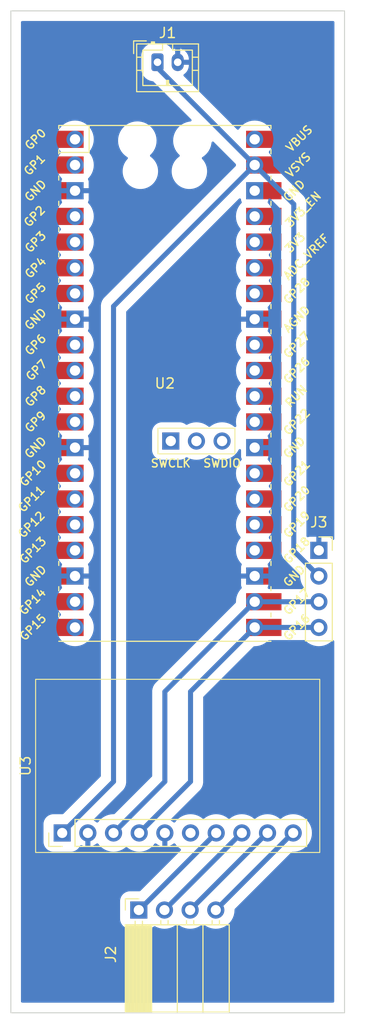
<source format=kicad_pcb>
(kicad_pcb (version 20221018) (generator pcbnew)
  (title_block (title "Flavor Tracker Data Acquisition Board") (date "2023-07-16") (rev "1"))
  (layers (0 "F.Cu" signal) (31 "B.Cu" signal) (34 "B.Paste" user) (35 "F.Paste" user) (36 "B.SilkS" user "B.Silkscreen") (37 "F.SilkS" user "F.Silkscreen") (38 "B.Mask" user) (39 "F.Mask" user) (44 "Edge.Cuts" user))
  (net 0 "")
  (net 1 "+BATT")
  (net 2 "GND")
  (net 3 "Net-(J2-Pin_1)")
  (net 4 "Net-(J2-Pin_2)")
  (net 5 "Net-(J2-Pin_3)")
  (net 6 "Net-(J2-Pin_4)")
  (net 7 "/SCL")
  (net 8 "/SDA")
  (footprint "flavor_tracker_daq:ADS1115_Module" (layer "F.Cu") (at 135.89 129.075 90)
    (fp_text reference "U3" (at 6.63 -3.63 90) (layer "F.SilkS"))
    (fp_text value "ADS1115_Module")
    (fp_line (start -1.33 -1.33) (end 0 -1.33) (stroke (width 0.12)) (layer "F.SilkS"))
    (fp_line (start -1.33 0) (end -1.33 -1.33) (stroke (width 0.12)) (layer "F.SilkS"))
    (fp_line (start -1.33 1.27) (end -1.33 24.19) (stroke (width 0.12)) (layer "F.SilkS"))
    (fp_line (start -1.33 1.27) (end 1.33 1.27) (stroke (width 0.12)) (layer "F.SilkS"))
    (fp_line (start -1.33 24.19) (end 1.33 24.19) (stroke (width 0.12)) (layer "F.SilkS"))
    (fp_line (start 1.33 1.27) (end 1.33 24.19) (stroke (width 0.12)) (layer "F.SilkS"))
    (fp_rect (start -1.93 -2.63) (end 15.19 25.49) (stroke (width 0.1)) (fill none) (layer "F.SilkS"))
    (pad "1" thru_hole rect (at 0 0 90) (size 1.7 1.7) (drill 1) (layers "*.Cu" "*.Mask") (net 1 "+BATT"))
    (pad "2" thru_hole oval (at 0 2.54 90) (size 1.7 1.7) (drill 1) (layers "*.Cu" "*.Mask") (net 2 "GND"))
    (pad "3" thru_hole oval (at 0 5.08 90) (size 1.7 1.7) (drill 1) (layers "*.Cu" "*.Mask") (net 7 "/SCL"))
    (pad "4" thru_hole oval (at 0 7.62 90) (size 1.7 1.7) (drill 1) (layers "*.Cu" "*.Mask") (net 8 "/SDA"))
    (pad "5" thru_hole oval (at 0 10.16 90) (size 1.7 1.7) (drill 1) (layers "*.Cu" "*.Mask") (net 2 "GND"))
    (pad "6" thru_hole oval (at 0 12.7 90) (size 1.7 1.7) (drill 1) (layers "*.Cu" "*.Mask"))
    (pad "7" thru_hole oval (at 0 15.24 90) (size 1.7 1.7) (drill 1) (layers "*.Cu" "*.Mask") (net 3 "Net-(J2-Pin_1)"))
    (pad "8" thru_hole oval (at 0 17.78 90) (size 1.7 1.7) (drill 1) (layers "*.Cu" "*.Mask") (net 4 "Net-(J2-Pin_2)"))
    (pad "9" thru_hole oval (at 0 20.32 90) (size 1.7 1.7) (drill 1) (layers "*.Cu" "*.Mask") (net 5 "Net-(J2-Pin_3)"))
    (pad "10" thru_hole oval (at 0 22.86 90) (size 1.7 1.7) (drill 1) (layers "*.Cu" "*.Mask") (net 6 "Net-(J2-Pin_4)"))
  )
  (footprint "Connector_JST:JST_PH_B2B-PH-K_1x02_P2.00mm_Vertical" (layer "F.Cu") (at 145.32 52.875)
    (fp_text reference "J1" (at 1 -2.9) (layer "F.SilkS"))
    (fp_text value "Conn_01x02")
    (fp_line (start -2.36 -2.11) (end -2.36 -0.86) (stroke (width 0.12)) (layer "F.SilkS"))
    (fp_line (start -2.06 -1.81) (end -2.06 2.91) (stroke (width 0.12)) (layer "F.SilkS"))
    (fp_line (start -2.06 -0.5) (end -1.45 -0.5) (stroke (width 0.12)) (layer "F.SilkS"))
    (fp_line (start -2.06 0.8) (end -1.45 0.8) (stroke (width 0.12)) (layer "F.SilkS"))
    (fp_line (start -2.06 2.91) (end 4.06 2.91) (stroke (width 0.12)) (layer "F.SilkS"))
    (fp_line (start -1.45 -1.2) (end -1.45 2.3) (stroke (width 0.12)) (layer "F.SilkS"))
    (fp_line (start -1.45 2.3) (end 3.45 2.3) (stroke (width 0.12)) (layer "F.SilkS"))
    (fp_line (start -1.11 -2.11) (end -2.36 -2.11) (stroke (width 0.12)) (layer "F.SilkS"))
    (fp_line (start -0.6 -2.01) (end -0.6 -1.81) (stroke (width 0.12)) (layer "F.SilkS"))
    (fp_line (start -0.3 -2.01) (end -0.6 -2.01) (stroke (width 0.12)) (layer "F.SilkS"))
    (fp_line (start -0.3 -1.91) (end -0.6 -1.91) (stroke (width 0.12)) (layer "F.SilkS"))
    (fp_line (start -0.3 -1.81) (end -0.3 -2.01) (stroke (width 0.12)) (layer "F.SilkS"))
    (fp_line (start 0.5 -1.81) (end 0.5 -1.2) (stroke (width 0.12)) (layer "F.SilkS"))
    (fp_line (start 0.5 -1.2) (end -1.45 -1.2) (stroke (width 0.12)) (layer "F.SilkS"))
    (fp_line (start 0.9 1.8) (end 1.1 1.8) (stroke (width 0.12)) (layer "F.SilkS"))
    (fp_line (start 0.9 2.3) (end 0.9 1.8) (stroke (width 0.12)) (layer "F.SilkS"))
    (fp_line (start 1 2.3) (end 1 1.8) (stroke (width 0.12)) (layer "F.SilkS"))
    (fp_line (start 1.1 1.8) (end 1.1 2.3) (stroke (width 0.12)) (layer "F.SilkS"))
    (fp_line (start 1.5 -1.2) (end 1.5 -1.81) (stroke (width 0.12)) (layer "F.SilkS"))
    (fp_line (start 3.45 -1.2) (end 1.5 -1.2) (stroke (width 0.12)) (layer "F.SilkS"))
    (fp_line (start 3.45 2.3) (end 3.45 -1.2) (stroke (width 0.12)) (layer "F.SilkS"))
    (fp_line (start 4.06 -1.81) (end -2.06 -1.81) (stroke (width 0.12)) (layer "F.SilkS"))
    (fp_line (start 4.06 -0.5) (end 3.45 -0.5) (stroke (width 0.12)) (layer "F.SilkS"))
    (fp_line (start 4.06 0.8) (end 3.45 0.8) (stroke (width 0.12)) (layer "F.SilkS"))
    (fp_line (start 4.06 2.91) (end 4.06 -1.81) (stroke (width 0.12)) (layer "F.SilkS"))
    (pad "1" thru_hole roundrect (at 0 0) (size 1.2 1.75) (drill 0.75) (layers "*.Cu" "*.Mask") (roundrect_rratio 0.2083333333) (net 1 "+BATT"))
    (pad "2" thru_hole oval (at 2 0) (size 1.2 1.75) (drill 0.75) (layers "*.Cu" "*.Mask") (net 2 "GND"))
  )
  (footprint "Connector_PinSocket_2.54mm:PinSocket_1x04_P2.54mm_Vertical" (layer "F.Cu") (at 161.29 101.135)
    (fp_text reference "J3" (at 0 -2.77) (layer "F.SilkS"))
    (fp_text value "Conn_01x04")
    (fp_line (start -1.33 1.27) (end -1.33 8.95) (stroke (width 0.12)) (layer "F.SilkS"))
    (fp_line (start -1.33 1.27) (end 1.33 1.27) (stroke (width 0.12)) (layer "F.SilkS"))
    (fp_line (start -1.33 8.95) (end 1.33 8.95) (stroke (width 0.12)) (layer "F.SilkS"))
    (fp_line (start 0 -1.33) (end 1.33 -1.33) (stroke (width 0.12)) (layer "F.SilkS"))
    (fp_line (start 1.33 -1.33) (end 1.33 0) (stroke (width 0.12)) (layer "F.SilkS"))
    (fp_line (start 1.33 1.27) (end 1.33 8.95) (stroke (width 0.12)) (layer "F.SilkS"))
    (pad "1" thru_hole rect (at 0 0) (size 1.7 1.7) (drill 1) (layers "*.Cu" "*.Mask") (net 2 "GND"))
    (pad "2" thru_hole oval (at 0 2.54) (size 1.7 1.7) (drill 1) (layers "*.Cu" "*.Mask") (net 1 "+BATT"))
    (pad "3" thru_hole oval (at 0 5.08) (size 1.7 1.7) (drill 1) (layers "*.Cu" "*.Mask") (net 7 "/SCL"))
    (pad "4" thru_hole oval (at 0 7.62) (size 1.7 1.7) (drill 1) (layers "*.Cu" "*.Mask") (net 8 "/SDA"))
  )
  (footprint "Connector_PinSocket_2.54mm:PinSocket_1x04_P2.54mm_Horizontal" (layer "F.Cu") (at 143.47 136.695 90)
    (fp_text reference "J2" (at -4.38 -2.77 90) (layer "F.SilkS"))
    (fp_text value "Conn_01x04")
    (fp_line (start -10.09 -1.33) (end -10.09 8.95) (stroke (width 0.12)) (layer "F.SilkS"))
    (fp_line (start -10.09 -1.33) (end -1.46 -1.33) (stroke (width 0.12)) (layer "F.SilkS"))
    (fp_line (start -10.09 -1.21) (end -1.46 -1.21) (stroke (width 0.12)) (layer "F.SilkS"))
    (fp_line (start -10.09 -1.091905) (end -1.46 -1.091905) (stroke (width 0.12)) (layer "F.SilkS"))
    (fp_line (start -10.09 -0.97381) (end -1.46 -0.97381) (stroke (width 0.12)) (layer "F.SilkS"))
    (fp_line (start -10.09 -0.855715) (end -1.46 -0.855715) (stroke (width 0.12)) (layer "F.SilkS"))
    (fp_line (start -10.09 -0.73762) (end -1.46 -0.73762) (stroke (width 0.12)) (layer "F.SilkS"))
    (fp_line (start -10.09 -0.619525) (end -1.46 -0.619525) (stroke (width 0.12)) (layer "F.SilkS"))
    (fp_line (start -10.09 -0.50143) (end -1.46 -0.50143) (stroke (width 0.12)) (layer "F.SilkS"))
    (fp_line (start -10.09 -0.383335) (end -1.46 -0.383335) (stroke (width 0.12)) (layer "F.SilkS"))
    (fp_line (start -10.09 -0.26524) (end -1.46 -0.26524) (stroke (width 0.12)) (layer "F.SilkS"))
    (fp_line (start -10.09 -0.147145) (end -1.46 -0.147145) (stroke (width 0.12)) (layer "F.SilkS"))
    (fp_line (start -10.09 -0.02905) (end -1.46 -0.02905) (stroke (width 0.12)) (layer "F.SilkS"))
    (fp_line (start -10.09 0.089045) (end -1.46 0.089045) (stroke (width 0.12)) (layer "F.SilkS"))
    (fp_line (start -10.09 0.20714) (end -1.46 0.20714) (stroke (width 0.12)) (layer "F.SilkS"))
    (fp_line (start -10.09 0.325235) (end -1.46 0.325235) (stroke (width 0.12)) (layer "F.SilkS"))
    (fp_line (start -10.09 0.44333) (end -1.46 0.44333) (stroke (width 0.12)) (layer "F.SilkS"))
    (fp_line (start -10.09 0.561425) (end -1.46 0.561425) (stroke (width 0.12)) (layer "F.SilkS"))
    (fp_line (start -10.09 0.67952) (end -1.46 0.67952) (stroke (width 0.12)) (layer "F.SilkS"))
    (fp_line (start -10.09 0.797615) (end -1.46 0.797615) (stroke (width 0.12)) (layer "F.SilkS"))
    (fp_line (start -10.09 0.91571) (end -1.46 0.91571) (stroke (width 0.12)) (layer "F.SilkS"))
    (fp_line (start -10.09 1.033805) (end -1.46 1.033805) (stroke (width 0.12)) (layer "F.SilkS"))
    (fp_line (start -10.09 1.1519) (end -1.46 1.1519) (stroke (width 0.12)) (layer "F.SilkS"))
    (fp_line (start -10.09 1.27) (end -1.46 1.27) (stroke (width 0.12)) (layer "F.SilkS"))
    (fp_line (start -10.09 3.81) (end -1.46 3.81) (stroke (width 0.12)) (layer "F.SilkS"))
    (fp_line (start -10.09 6.35) (end -1.46 6.35) (stroke (width 0.12)) (layer "F.SilkS"))
    (fp_line (start -10.09 8.95) (end -1.46 8.95) (stroke (width 0.12)) (layer "F.SilkS"))
    (fp_line (start -1.46 -1.33) (end -1.46 8.95) (stroke (width 0.12)) (layer "F.SilkS"))
    (fp_line (start -1.46 -0.36) (end -1.11 -0.36) (stroke (width 0.12)) (layer "F.SilkS"))
    (fp_line (start -1.46 0.36) (end -1.11 0.36) (stroke (width 0.12)) (layer "F.SilkS"))
    (fp_line (start -1.46 2.18) (end -1.05 2.18) (stroke (width 0.12)) (layer "F.SilkS"))
    (fp_line (start -1.46 2.9) (end -1.05 2.9) (stroke (width 0.12)) (layer "F.SilkS"))
    (fp_line (start -1.46 4.72) (end -1.05 4.72) (stroke (width 0.12)) (layer "F.SilkS"))
    (fp_line (start -1.46 5.44) (end -1.05 5.44) (stroke (width 0.12)) (layer "F.SilkS"))
    (fp_line (start -1.46 7.26) (end -1.05 7.26) (stroke (width 0.12)) (layer "F.SilkS"))
    (fp_line (start -1.46 7.98) (end -1.05 7.98) (stroke (width 0.12)) (layer "F.SilkS"))
    (fp_line (start 0 -1.33) (end 1.11 -1.33) (stroke (width 0.12)) (layer "F.SilkS"))
    (fp_line (start 1.11 -1.33) (end 1.11 0) (stroke (width 0.12)) (layer "F.SilkS"))
    (pad "1" thru_hole rect (at 0 0 90) (size 1.7 1.7) (drill 1) (layers "*.Cu" "*.Mask") (net 3 "Net-(J2-Pin_1)"))
    (pad "2" thru_hole oval (at 0 2.54 90) (size 1.7 1.7) (drill 1) (layers "*.Cu" "*.Mask") (net 4 "Net-(J2-Pin_2)"))
    (pad "3" thru_hole oval (at 0 5.08 90) (size 1.7 1.7) (drill 1) (layers "*.Cu" "*.Mask") (net 5 "Net-(J2-Pin_3)"))
    (pad "4" thru_hole oval (at 0 7.62 90) (size 1.7 1.7) (drill 1) (layers "*.Cu" "*.Mask") (net 6 "Net-(J2-Pin_4)"))
  )
  (footprint "RPi_Pico:RPi_Pico_W_SMD_TH" (layer "F.Cu") (at 146.05 84.625)
    (fp_text reference "U2" (at 0 0) (layer "F.SilkS"))
    (fp_text value "Pico")
    (fp_text user "ADC_VREF" (at 14 -12.5 45) (layer "F.SilkS") (effects (font (size 0.8 0.8))))
    (fp_text user "GP1" (at -12.9 -21.6 45) (layer "F.SilkS") (effects (font (size 0.8 0.8))))
    (fp_text user "GP17" (at 13.054 21.59 45) (layer "F.SilkS") (effects (font (size 0.8 0.8))))
    (fp_text user "GND" (at -12.8 -6.35 45) (layer "F.SilkS") (effects (font (size 0.8 0.8))))
    (fp_text user "3V3" (at 12.9 -13.9 45) (layer "F.SilkS") (effects (font (size 0.8 0.8))))
    (fp_text user "AGND" (at 13.054 -6.35 45) (layer "F.SilkS") (effects (font (size 0.8 0.8))))
    (fp_text user "GP0" (at -12.8 -24.13 45) (layer "F.SilkS") (effects (font (size 0.8 0.8))))
    (fp_text user "GP16" (at 13.054 24.13 45) (layer "F.SilkS") (effects (font (size 0.8 0.8))))
    (fp_text user "GND" (at -12.8 6.35 45) (layer "F.SilkS") (effects (font (size 0.8 0.8))))
    (fp_text user "GP13" (at -13.054 16.51 45) (layer "F.SilkS") (effects (font (size 0.8 0.8))))
    (fp_text user "SWDIO" (at 5.6641 7.9) (layer "F.SilkS") (effects (font (size 0.8 0.8))))
    (fp_text user "GP20" (at 13.054 11.43 45) (layer "F.SilkS") (effects (font (size 0.8 0.8))))
    (fp_text user "GP21" (at 13.054 8.9 45) (layer "F.SilkS") (effects (font (size 0.8 0.8))))
    (fp_text user "VBUS" (at 13.3 -24.2 45) (layer "F.SilkS") (effects (font (size 0.8 0.8))))
    (fp_text user "GP11" (at -13.2 11.43 45) (layer "F.SilkS") (effects (font (size 0.8 0.8))))
    (fp_text user "VSYS" (at 13.2 -21.59 45) (layer "F.SilkS") (effects (font (size 0.8 0.8))))
    (fp_text user "GND" (at -12.8 -19.05 45) (layer "F.SilkS") (effects (font (size 0.8 0.8))))
    (fp_text user "GP10" (at -13.054 8.89 45) (layer "F.SilkS") (effects (font (size 0.8 0.8))))
    (fp_text user "GP15" (at -13.054 24.13 45) (layer "F.SilkS") (effects (font (size 0.8 0.8))))
    (fp_text user "RUN" (at 13 1.27 45) (layer "F.SilkS") (effects (font (size 0.8 0.8))))
    (fp_text user "GND" (at 12.8 19.05 45) (layer "F.SilkS") (effects (font (size 0.8 0.8))))
    (fp_text user "GND" (at 12.8 -19.05 45) (layer "F.SilkS") (effects (font (size 0.8 0.8))))
    (fp_text user "GND" (at -12.8 19.05 45) (layer "F.SilkS") (effects (font (size 0.8 0.8))))
    (fp_text user "GP2" (at -12.9 -16.51 45) (layer "F.SilkS") (effects (font (size 0.8 0.8))))
    (fp_text user "GP19" (at 13.054 13.97 45) (layer "F.SilkS") (effects (font (size 0.8 0.8))))
    (fp_text user "GP7" (at -12.7 -1.3 45) (layer "F.SilkS") (effects (font (size 0.8 0.8))))
    (fp_text user "3V3_EN" (at 13.7 -17.2 45) (layer "F.SilkS") (effects (font (size 0.8 0.8))))
    (fp_text user "GP9" (at -12.8 3.81 45) (layer "F.SilkS") (effects (font (size 0.8 0.8))))
    (fp_text user "GP28" (at 13.054 -9.144 45) (layer "F.SilkS") (effects (font (size 0.8 0.8))))
    (fp_text user "GP8" (at -12.8 1.27 45) (layer "F.SilkS") (effects (font (size 0.8 0.8))))
    (fp_text user "GP3" (at -12.8 -13.97 45) (layer "F.SilkS") (effects (font (size 0.8 0.8))))
    (fp_text user "GND" (at 12.8 6.35 45) (layer "F.SilkS") (effects (font (size 0.8 0.8))))
    (fp_text user "GP26" (at 13.054 -1.27 45) (layer "F.SilkS") (effects (font (size 0.8 0.8))))
    (fp_text user "GP12" (at -13.2 13.97 45) (layer "F.SilkS") (effects (font (size 0.8 0.8))))
    (fp_text user "GP4" (at -12.8 -11.43 45) (layer "F.SilkS") (effects (font (size 0.8 0.8))))
    (fp_text user "GP22" (at 13.054 3.81 45) (layer "F.SilkS") (effects (font (size 0.8 0.8))))
    (fp_text user "GP18" (at 13.054 16.51 45) (layer "F.SilkS") (effects (font (size 0.8 0.8))))
    (fp_text user "GP5" (at -12.8 -8.89 45) (layer "F.SilkS") (effects (font (size 0.8 0.8))))
    (fp_text user "GP14" (at -13.1 21.59 45) (layer "F.SilkS") (effects (font (size 0.8 0.8))))
    (fp_text user "SWCLK" (at 0.5841 7.9) (layer "F.SilkS") (effects (font (size 0.8 0.8))))
    (fp_text user "GP6" (at -12.8 -3.81 45) (layer "F.SilkS") (effects (font (size 0.8 0.8))))
    (fp_text user "GP27" (at 13.054 -3.8 45) (layer "F.SilkS") (effects (font (size 0.8 0.8))))
    (fp_line (start -10.5 -25.5) (end -10.5 -25.2) (stroke (width 0.12)) (layer "F.SilkS"))
    (fp_line (start -10.5 -25.5) (end 10.5 -25.5) (stroke (width 0.12)) (layer "F.SilkS"))
    (fp_line (start -10.5 -23.1) (end -10.5 -22.7) (stroke (width 0.12)) (layer "F.SilkS"))
    (fp_line (start -10.5 -22.833) (end -7.493 -22.833) (stroke (width 0.12)) (layer "F.SilkS"))
    (fp_line (start -10.5 -20.5) (end -10.5 -20.1) (stroke (width 0.12)) (layer "F.SilkS"))
    (fp_line (start -10.5 -18) (end -10.5 -17.6) (stroke (width 0.12)) (layer "F.SilkS"))
    (fp_line (start -10.5 -15.4) (end -10.5 -15) (stroke (width 0.12)) (layer "F.SilkS"))
    (fp_line (start -10.5 -12.9) (end -10.5 -12.5) (stroke (width 0.12)) (layer "F.SilkS"))
    (fp_line (start -10.5 -10.4) (end -10.5 -10) (stroke (width 0.12)) (layer "F.SilkS"))
    (fp_line (start -10.5 -7.8) (end -10.5 -7.4) (stroke (width 0.12)) (layer "F.SilkS"))
    (fp_line (start -10.5 -5.3) (end -10.5 -4.9) (stroke (width 0.12)) (layer "F.SilkS"))
    (fp_line (start -10.5 -2.7) (end -10.5 -2.3) (stroke (width 0.12)) (layer "F.SilkS"))
    (fp_line (start -10.5 -0.2) (end -10.5 0.2) (stroke (width 0.12)) (layer "F.SilkS"))
    (fp_line (start -10.5 2.3) (end -10.5 2.7) (stroke (width 0.12)) (layer "F.SilkS"))
    (fp_line (start -10.5 4.9) (end -10.5 5.3) (stroke (width 0.12)) (layer "F.SilkS"))
    (fp_line (start -10.5 7.4) (end -10.5 7.8) (stroke (width 0.12)) (layer "F.SilkS"))
    (fp_line (start -10.5 10) (end -10.5 10.4) (stroke (width 0.12)) (layer "F.SilkS"))
    (fp_line (start -10.5 12.5) (end -10.5 12.9) (stroke (width 0.12)) (layer "F.SilkS"))
    (fp_line (start -10.5 15.1) (end -10.5 15.5) (stroke (width 0.12)) (layer "F.SilkS"))
    (fp_line (start -10.5 17.6) (end -10.5 18) (stroke (width 0.12)) (layer "F.SilkS"))
    (fp_line (start -10.5 20.1) (end -10.5 20.5) (stroke (width 0.12)) (layer "F.SilkS"))
    (fp_line (start -10.5 22.7) (end -10.5 23.1) (stroke (width 0.12)) (layer "F.SilkS"))
    (fp_line (start -7.493 -22.833) (end -7.493 -25.5) (stroke (width 0.12)) (layer "F.SilkS"))
    (fp_line (start 10.5 -25.5) (end 10.5 -25.2) (stroke (width 0.12)) (layer "F.SilkS"))
    (fp_line (start 10.5 -23.1) (end 10.5 -22.7) (stroke (width 0.12)) (layer "F.SilkS"))
    (fp_line (start 10.5 -20.5) (end 10.5 -20.1) (stroke (width 0.12)) (layer "F.SilkS"))
    (fp_line (start 10.5 -18) (end 10.5 -17.6) (stroke (width 0.12)) (layer "F.SilkS"))
    (fp_line (start 10.5 -15.4) (end 10.5 -15) (stroke (width 0.12)) (layer "F.SilkS"))
    (fp_line (start 10.5 -12.9) (end 10.5 -12.5) (stroke (width 0.12)) (layer "F.SilkS"))
    (fp_line (start 10.5 -10.4) (end 10.5 -10) (stroke (width 0.12)) (layer "F.SilkS"))
    (fp_line (start 10.5 -7.8) (end 10.5 -7.4) (stroke (width 0.12)) (layer "F.SilkS"))
    (fp_line (start 10.5 -5.3) (end 10.5 -4.9) (stroke (width 0.12)) (layer "F.SilkS"))
    (fp_line (start 10.5 -2.7) (end 10.5 -2.3) (stroke (width 0.12)) (layer "F.SilkS"))
    (fp_line (start 10.5 -0.2) (end 10.5 0.2) (stroke (width 0.12)) (layer "F.SilkS"))
    (fp_line (start 10.5 2.3) (end 10.5 2.7) (stroke (width 0.12)) (layer "F.SilkS"))
    (fp_line (start 10.5 4.9) (end 10.5 5.3) (stroke (width 0.12)) (layer "F.SilkS"))
    (fp_line (start 10.5 7.4) (end 10.5 7.8) (stroke (width 0.12)) (layer "F.SilkS"))
    (fp_line (start 10.5 10) (end 10.5 10.4) (stroke (width 0.12)) (layer "F.SilkS"))
    (fp_line (start 10.5 12.5) (end 10.5 12.9) (stroke (width 0.12)) (layer "F.SilkS"))
    (fp_line (start 10.5 15.1) (end 10.5 15.5) (stroke (width 0.12)) (layer "F.SilkS"))
    (fp_line (start 10.5 17.6) (end 10.5 18) (stroke (width 0.12)) (layer "F.SilkS"))
    (fp_line (start 10.5 20.1) (end 10.5 20.5) (stroke (width 0.12)) (layer "F.SilkS"))
    (fp_line (start 10.5 22.7) (end 10.5 23.1) (stroke (width 0.12)) (layer "F.SilkS"))
    (fp_line (start 10.5 25.5) (end -10.5 25.5) (stroke (width 0.12)) (layer "F.SilkS"))
    (fp_rect (start -0.6859 4.43) (end 6.9341 6.97) (stroke (width 0.1)) (fill none) (layer "F.SilkS"))
    (pad "" np_thru_hole oval (at -2.725 -24) (size 1.8 1.8) (drill 1.8) (layers "*.Cu" "*.Mask"))
    (pad "" np_thru_hole oval (at -2.425 -20.97) (size 1.5 1.5) (drill 1.5) (layers "*.Cu" "*.Mask"))
    (pad "" np_thru_hole oval (at 2.425 -20.97) (size 1.5 1.5) (drill 1.5) (layers "*.Cu" "*.Mask"))
    (pad "" np_thru_hole oval (at 2.725 -24) (size 1.8 1.8) (drill 1.8) (layers "*.Cu" "*.Mask"))
    (pad "1" thru_hole oval (at -8.89 -24.13) (size 1.7 1.7) (drill 1.02) (layers "*.Cu" "*.Mask"))
    (pad "1" smd rect (at -8.89 -24.13) (size 3.5 1.7) (drill (offset -0.9 0)) (layers "F.Cu" "F.Mask"))
    (pad "2" thru_hole oval (at -8.89 -21.59) (size 1.7 1.7) (drill 1.02) (layers "*.Cu" "*.Mask"))
    (pad "2" smd rect (at -8.89 -21.59) (size 3.5 1.7) (drill (offset -0.9 0)) (layers "F.Cu" "F.Mask"))
    (pad "3" thru_hole rect (at -8.89 -19.05) (size 1.7 1.7) (drill 1.02) (layers "*.Cu" "*.Mask") (net 2 "GND"))
    (pad "3" smd rect (at -8.89 -19.05) (size 3.5 1.7) (drill (offset -0.9 0)) (layers "F.Cu" "F.Mask") (net 2 "GND"))
    (pad "4" thru_hole oval (at -8.89 -16.51) (size 1.7 1.7) (drill 1.02) (layers "*.Cu" "*.Mask"))
    (pad "4" smd rect (at -8.89 -16.51) (size 3.5 1.7) (drill (offset -0.9 0)) (layers "F.Cu" "F.Mask"))
    (pad "5" thru_hole oval (at -8.89 -13.97) (size 1.7 1.7) (drill 1.02) (layers "*.Cu" "*.Mask"))
    (pad "5" smd rect (at -8.89 -13.97) (size 3.5 1.7) (drill (offset -0.9 0)) (layers "F.Cu" "F.Mask"))
    (pad "6" thru_hole oval (at -8.89 -11.43) (size 1.7 1.7) (drill 1.02) (layers "*.Cu" "*.Mask"))
    (pad "6" smd rect (at -8.89 -11.43) (size 3.5 1.7) (drill (offset -0.9 0)) (layers "F.Cu" "F.Mask"))
    (pad "7" thru_hole oval (at -8.89 -8.89) (size 1.7 1.7) (drill 1.02) (layers "*.Cu" "*.Mask"))
    (pad "7" smd rect (at -8.89 -8.89) (size 3.5 1.7) (drill (offset -0.9 0)) (layers "F.Cu" "F.Mask"))
    (pad "8" thru_hole rect (at -8.89 -6.35) (size 1.7 1.7) (drill 1.02) (layers "*.Cu" "*.Mask") (net 2 "GND"))
    (pad "8" smd rect (at -8.89 -6.35) (size 3.5 1.7) (drill (offset -0.9 0)) (layers "F.Cu" "F.Mask") (net 2 "GND"))
    (pad "9" thru_hole oval (at -8.89 -3.81) (size 1.7 1.7) (drill 1.02) (layers "*.Cu" "*.Mask"))
    (pad "9" smd rect (at -8.89 -3.81) (size 3.5 1.7) (drill (offset -0.9 0)) (layers "F.Cu" "F.Mask"))
    (pad "10" thru_hole oval (at -8.89 -1.27) (size 1.7 1.7) (drill 1.02) (layers "*.Cu" "*.Mask"))
    (pad "10" smd rect (at -8.89 -1.27) (size 3.5 1.7) (drill (offset -0.9 0)) (layers "F.Cu" "F.Mask"))
    (pad "11" thru_hole oval (at -8.89 1.27) (size 1.7 1.7) (drill 1.02) (layers "*.Cu" "*.Mask"))
    (pad "11" smd rect (at -8.89 1.27) (size 3.5 1.7) (drill (offset -0.9 0)) (layers "F.Cu" "F.Mask"))
    (pad "12" thru_hole oval (at -8.89 3.81) (size 1.7 1.7) (drill 1.02) (layers "*.Cu" "*.Mask"))
    (pad "12" smd rect (at -8.89 3.81) (size 3.5 1.7) (drill (offset -0.9 0)) (layers "F.Cu" "F.Mask"))
    (pad "13" thru_hole rect (at -8.89 6.35) (size 1.7 1.7) (drill 1.02) (layers "*.Cu" "*.Mask") (net 2 "GND"))
    (pad "13" smd rect (at -8.89 6.35) (size 3.5 1.7) (drill (offset -0.9 0)) (layers "F.Cu" "F.Mask") (net 2 "GND"))
    (pad "14" thru_hole oval (at -8.89 8.89) (size 1.7 1.7) (drill 1.02) (layers "*.Cu" "*.Mask"))
    (pad "14" smd rect (at -8.89 8.89) (size 3.5 1.7) (drill (offset -0.9 0)) (layers "F.Cu" "F.Mask"))
    (pad "15" thru_hole oval (at -8.89 11.43) (size 1.7 1.7) (drill 1.02) (layers "*.Cu" "*.Mask"))
    (pad "15" smd rect (at -8.89 11.43) (size 3.5 1.7) (drill (offset -0.9 0)) (layers "F.Cu" "F.Mask"))
    (pad "16" thru_hole oval (at -8.89 13.97) (size 1.7 1.7) (drill 1.02) (layers "*.Cu" "*.Mask"))
    (pad "16" smd rect (at -8.89 13.97) (size 3.5 1.7) (drill (offset -0.9 0)) (layers "F.Cu" "F.Mask"))
    (pad "17" thru_hole oval (at -8.89 16.51) (size 1.7 1.7) (drill 1.02) (layers "*.Cu" "*.Mask"))
    (pad "17" smd rect (at -8.89 16.51) (size 3.5 1.7) (drill (offset -0.9 0)) (layers "F.Cu" "F.Mask"))
    (pad "18" thru_hole rect (at -8.89 19.05) (size 1.7 1.7) (drill 1.02) (layers "*.Cu" "*.Mask") (net 2 "GND"))
    (pad "18" smd rect (at -8.89 19.05) (size 3.5 1.7) (drill (offset -0.9 0)) (layers "F.Cu" "F.Mask") (net 2 "GND"))
    (pad "19" thru_hole oval (at -8.89 21.59) (size 1.7 1.7) (drill 1.02) (layers "*.Cu" "*.Mask"))
    (pad "19" smd rect (at -8.89 21.59) (size 3.5 1.7) (drill (offset -0.9 0)) (layers "F.Cu" "F.Mask"))
    (pad "20" thru_hole oval (at -8.89 24.13) (size 1.7 1.7) (drill 1.02) (layers "*.Cu" "*.Mask"))
    (pad "20" smd rect (at -8.89 24.13) (size 3.5 1.7) (drill (offset -0.9 0)) (layers "F.Cu" "F.Mask"))
    (pad "21" thru_hole oval (at 8.89 24.13) (size 1.7 1.7) (drill 1.02) (layers "*.Cu" "*.Mask") (net 8 "/SDA"))
    (pad "21" smd rect (at 8.89 24.13) (size 3.5 1.7) (drill (offset 0.9 0)) (layers "F.Cu" "F.Mask") (net 8 "/SDA"))
    (pad "22" thru_hole oval (at 8.89 21.59) (size 1.7 1.7) (drill 1.02) (layers "*.Cu" "*.Mask") (net 7 "/SCL"))
    (pad "22" smd rect (at 8.89 21.59) (size 3.5 1.7) (drill (offset 0.9 0)) (layers "F.Cu" "F.Mask") (net 7 "/SCL"))
    (pad "23" thru_hole rect (at 8.89 19.05) (size 1.7 1.7) (drill 1.02) (layers "*.Cu" "*.Mask") (net 2 "GND"))
    (pad "23" smd rect (at 8.89 19.05) (size 3.5 1.7) (drill (offset 0.9 0)) (layers "F.Cu" "F.Mask") (net 2 "GND"))
    (pad "24" thru_hole oval (at 8.89 16.51) (size 1.7 1.7) (drill 1.02) (layers "*.Cu" "*.Mask"))
    (pad "24" smd rect (at 8.89 16.51) (size 3.5 1.7) (drill (offset 0.9 0)) (layers "F.Cu" "F.Mask"))
    (pad "25" thru_hole oval (at 8.89 13.97) (size 1.7 1.7) (drill 1.02) (layers "*.Cu" "*.Mask"))
    (pad "25" smd rect (at 8.89 13.97) (size 3.5 1.7) (drill (offset 0.9 0)) (layers "F.Cu" "F.Mask"))
    (pad "26" thru_hole oval (at 8.89 11.43) (size 1.7 1.7) (drill 1.02) (layers "*.Cu" "*.Mask"))
    (pad "26" smd rect (at 8.89 11.43) (size 3.5 1.7) (drill (offset 0.9 0)) (layers "F.Cu" "F.Mask"))
    (pad "27" thru_hole oval (at 8.89 8.89) (size 1.7 1.7) (drill 1.02) (layers "*.Cu" "*.Mask"))
    (pad "27" smd rect (at 8.89 8.89) (size 3.5 1.7) (drill (offset 0.9 0)) (layers "F.Cu" "F.Mask"))
    (pad "28" thru_hole rect (at 8.89 6.35) (size 1.7 1.7) (drill 1.02) (layers "*.Cu" "*.Mask") (net 2 "GND"))
    (pad "28" smd rect (at 8.89 6.35) (size 3.5 1.7) (drill (offset 0.9 0)) (layers "F.Cu" "F.Mask") (net 2 "GND"))
    (pad "29" thru_hole oval (at 8.89 3.81) (size 1.7 1.7) (drill 1.02) (layers "*.Cu" "*.Mask"))
    (pad "29" smd rect (at 8.89 3.81) (size 3.5 1.7) (drill (offset 0.9 0)) (layers "F.Cu" "F.Mask"))
    (pad "30" thru_hole oval (at 8.89 1.27) (size 1.7 1.7) (drill 1.02) (layers "*.Cu" "*.Mask"))
    (pad "30" smd rect (at 8.89 1.27) (size 3.5 1.7) (drill (offset 0.9 0)) (layers "F.Cu" "F.Mask"))
    (pad "31" thru_hole oval (at 8.89 -1.27) (size 1.7 1.7) (drill 1.02) (layers "*.Cu" "*.Mask"))
    (pad "31" smd rect (at 8.89 -1.27) (size 3.5 1.7) (drill (offset 0.9 0)) (layers "F.Cu" "F.Mask"))
    (pad "32" thru_hole oval (at 8.89 -3.81) (size 1.7 1.7) (drill 1.02) (layers "*.Cu" "*.Mask"))
    (pad "32" smd rect (at 8.89 -3.81) (size 3.5 1.7) (drill (offset 0.9 0)) (layers "F.Cu" "F.Mask"))
    (pad "33" thru_hole rect (at 8.89 -6.35) (size 1.7 1.7) (drill 1.02) (layers "*.Cu" "*.Mask") (net 2 "GND"))
    (pad "33" smd rect (at 8.89 -6.35) (size 3.5 1.7) (drill (offset 0.9 0)) (layers "F.Cu" "F.Mask") (net 2 "GND"))
    (pad "34" thru_hole oval (at 8.89 -8.89) (size 1.7 1.7) (drill 1.02) (layers "*.Cu" "*.Mask"))
    (pad "34" smd rect (at 8.89 -8.89) (size 3.5 1.7) (drill (offset 0.9 0)) (layers "F.Cu" "F.Mask"))
    (pad "35" thru_hole oval (at 8.89 -11.43) (size 1.7 1.7) (drill 1.02) (layers "*.Cu" "*.Mask"))
    (pad "35" smd rect (at 8.89 -11.43) (size 3.5 1.7) (drill (offset 0.9 0)) (layers "F.Cu" "F.Mask"))
    (pad "36" thru_hole oval (at 8.89 -13.97) (size 1.7 1.7) (drill 1.02) (layers "*.Cu" "*.Mask"))
    (pad "36" smd rect (at 8.89 -13.97) (size 3.5 1.7) (drill (offset 0.9 0)) (layers "F.Cu" "F.Mask"))
    (pad "37" thru_hole oval (at 8.89 -16.51) (size 1.7 1.7) (drill 1.02) (layers "*.Cu" "*.Mask"))
    (pad "37" smd rect (at 8.89 -16.51) (size 3.5 1.7) (drill (offset 0.9 0)) (layers "F.Cu" "F.Mask"))
    (pad "38" thru_hole rect (at 8.89 -19.05) (size 1.7 1.7) (drill 1.02) (layers "*.Cu" "*.Mask") (net 2 "GND"))
    (pad "38" smd rect (at 8.89 -19.05) (size 3.5 1.7) (drill (offset 0.9 0)) (layers "F.Cu" "F.Mask") (net 2 "GND"))
    (pad "39" thru_hole oval (at 8.89 -21.59) (size 1.7 1.7) (drill 1.02) (layers "*.Cu" "*.Mask") (net 1 "+BATT"))
    (pad "39" smd rect (at 8.89 -21.59) (size 3.5 1.7) (drill (offset 0.9 0)) (layers "F.Cu" "F.Mask") (net 1 "+BATT"))
    (pad "40" thru_hole oval (at 8.89 -24.13) (size 1.7 1.7) (drill 1.02) (layers "*.Cu" "*.Mask"))
    (pad "40" smd rect (at 8.89 -24.13) (size 3.5 1.7) (drill (offset 0.9 0)) (layers "F.Cu" "F.Mask"))
    (pad "41" thru_hole rect (at 0.5841 5.7) (size 1.7 1.7) (drill 1.02) (layers "*.Cu" "*.Mask"))
    (pad "42" thru_hole oval (at 3.1241 5.7) (size 1.7 1.7) (drill 1.02) (layers "*.Cu" "*.Mask"))
    (pad "43" thru_hole oval (at 5.6641 5.7) (size 1.7 1.7) (drill 1.02) (layers "*.Cu" "*.Mask"))
  )
  (gr_rect (start 130.81 47.795) (end 163.83 146.855) (stroke (width 0.1)) (fill none) (layer "Edge.Cuts"))
  (segment (start 140.97 77.005) (end 154.94 63.035) (width 0.5) (layer "B.Cu") (net 1))
  (segment (start 145.32 52.875) (end 145.32 53.415) (width 0.5) (layer "B.Cu") (net 1))
  (segment (start 161.29 103.675) (end 158.81 101.195) (width 0.5) (layer "B.Cu") (net 1))
  (segment (start 140.97 123.995) (end 140.97 77.005) (width 0.5) (layer "B.Cu") (net 1))
  (segment (start 158.81 66.905) (end 154.94 63.035) (width 0.5) (layer "B.Cu") (net 1))
  (segment (start 158.81 101.195) (end 158.81 66.905) (width 0.5) (layer "B.Cu") (net 1))
  (segment (start 135.89 129.075) (end 140.97 123.995) (width 0.5) (layer "B.Cu") (net 1))
  (segment (start 145.32 53.415) (end 154.94 63.035) (width 0.5) (layer "B.Cu") (net 1))
  (segment (start 143.51 136.695) (end 151.13 129.075) (width 0.5) (layer "B.Cu") (net 3))
  (segment (start 143.47 136.695) (end 143.51 136.695) (width 0.5) (layer "B.Cu") (net 3))
  (segment (start 146.01 136.695) (end 153.63 129.075) (width 0.5) (layer "B.Cu") (net 4))
  (segment (start 153.63 129.075) (end 153.67 129.075) (width 0.5) (layer "B.Cu") (net 4))
  (segment (start 156.17 129.075) (end 156.21 129.075) (width 0.5) (layer "B.Cu") (net 5))
  (segment (start 148.55 136.695) (end 156.17 129.075) (width 0.5) (layer "B.Cu") (net 5))
  (segment (start 151.09 136.695) (end 158.71 129.075) (width 0.5) (layer "B.Cu") (net 6))
  (segment (start 158.71 129.075) (end 158.75 129.075) (width 0.5) (layer "B.Cu") (net 6))
  (segment (start 154.94 106.215) (end 161.29 106.215) (width 0.5) (layer "B.Cu") (net 7))
  (segment (start 146.05 123.995) (end 146.05 115.105) (width 0.5) (layer "B.Cu") (net 7))
  (segment (start 146.05 115.105) (end 154.94 106.215) (width 0.5) (layer "B.Cu") (net 7))
  (segment (start 140.97 129.075) (end 146.05 123.995) (width 0.5) (layer "B.Cu") (net 7))
  (segment (start 154.94 108.755) (end 148.59 115.105) (width 0.5) (layer "B.Cu") (net 8))
  (segment (start 148.59 115.105) (end 148.59 123.995) (width 0.5) (layer "B.Cu") (net 8))
  (segment (start 148.59 123.995) (end 143.51 129.075) (width 0.5) (layer "B.Cu") (net 8))
  (segment (start 154.94 108.755) (end 161.29 108.755) (width 0.5) (layer "B.Cu") (net 8))
  (zone (net 2) (net_name "GND") (layer "B.Cu") (connect_pads (clearance 1)) (min_thickness 0.25) (fill yes (thermal_gap 0.5) (thermal_bridge_width 0.5))
    (polygon (pts (xy 131.81 48.795) (xy 131.81 145.855) (xy 162.81 145.855) (xy 162.83 48.795)))
  )
)
</source>
